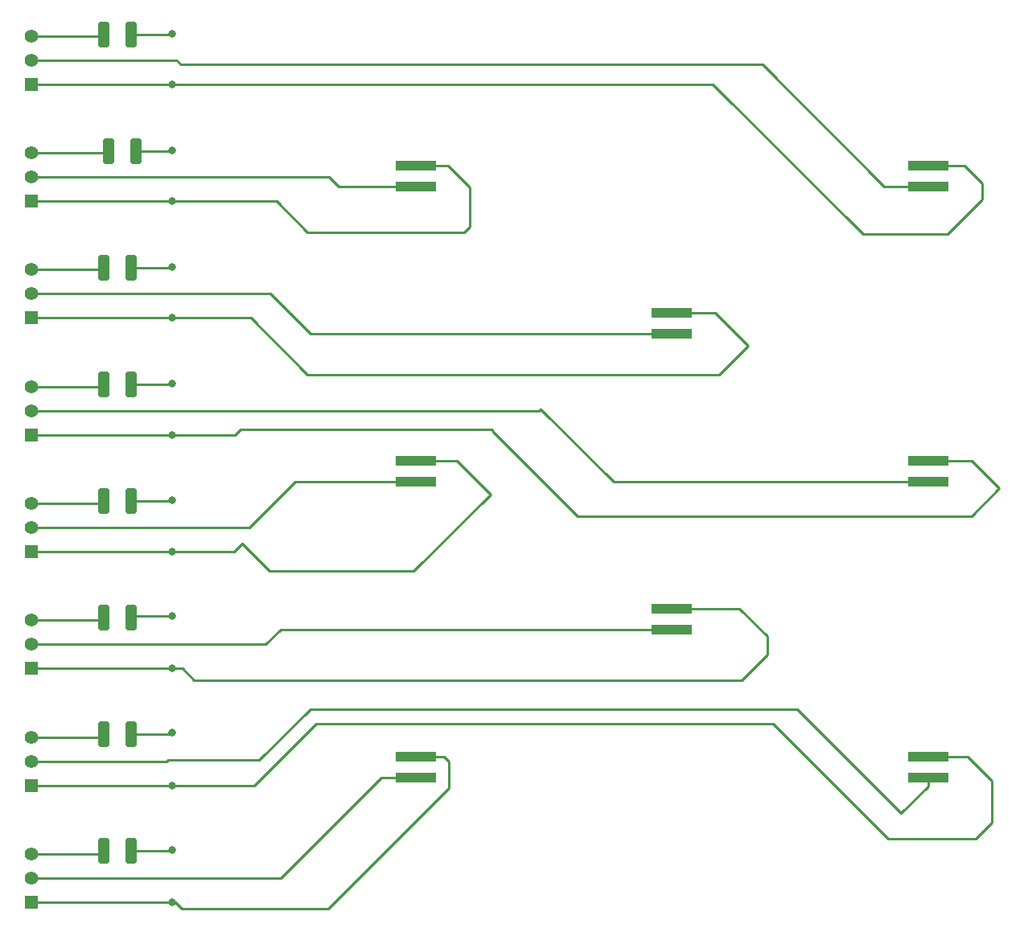
<source format=gbr>
%TF.GenerationSoftware,KiCad,Pcbnew,(6.0.8-1)-1*%
%TF.CreationDate,2022-10-04T15:12:48-04:00*%
%TF.ProjectId,Untitled,556e7469-746c-4656-942e-6b696361645f,rev?*%
%TF.SameCoordinates,Original*%
%TF.FileFunction,Copper,L1,Top*%
%TF.FilePolarity,Positive*%
%FSLAX46Y46*%
G04 Gerber Fmt 4.6, Leading zero omitted, Abs format (unit mm)*
G04 Created by KiCad (PCBNEW (6.0.8-1)-1) date 2022-10-04 15:12:48*
%MOMM*%
%LPD*%
G01*
G04 APERTURE LIST*
G04 Aperture macros list*
%AMRoundRect*
0 Rectangle with rounded corners*
0 $1 Rounding radius*
0 $2 $3 $4 $5 $6 $7 $8 $9 X,Y pos of 4 corners*
0 Add a 4 corners polygon primitive as box body*
4,1,4,$2,$3,$4,$5,$6,$7,$8,$9,$2,$3,0*
0 Add four circle primitives for the rounded corners*
1,1,$1+$1,$2,$3*
1,1,$1+$1,$4,$5*
1,1,$1+$1,$6,$7*
1,1,$1+$1,$8,$9*
0 Add four rect primitives between the rounded corners*
20,1,$1+$1,$2,$3,$4,$5,0*
20,1,$1+$1,$4,$5,$6,$7,0*
20,1,$1+$1,$6,$7,$8,$9,0*
20,1,$1+$1,$8,$9,$2,$3,0*%
G04 Aperture macros list end*
%TA.AperFunction,SMDPad,CuDef*%
%ADD10RoundRect,0.250000X-0.325000X-1.100000X0.325000X-1.100000X0.325000X1.100000X-0.325000X1.100000X0*%
%TD*%
%TA.AperFunction,ComponentPad*%
%ADD11R,1.397000X1.397000*%
%TD*%
%TA.AperFunction,ComponentPad*%
%ADD12C,1.397000*%
%TD*%
%TA.AperFunction,SMDPad,CuDef*%
%ADD13R,4.300000X1.100000*%
%TD*%
%TA.AperFunction,ViaPad*%
%ADD14C,0.800000*%
%TD*%
%TA.AperFunction,Conductor*%
%ADD15C,0.250000*%
%TD*%
G04 APERTURE END LIST*
D10*
%TO.P,REF\u002A\u002A,1*%
%TO.N,N/C*%
X66885000Y-121030000D03*
%TO.P,REF\u002A\u002A,2*%
X69835000Y-121030000D03*
%TD*%
%TO.P,REF\u002A\u002A,2*%
%TO.N,N/C*%
X69835000Y-108764284D03*
%TO.P,REF\u002A\u002A,1*%
X66885000Y-108764284D03*
%TD*%
%TO.P,REF\u002A\u002A,2*%
%TO.N,N/C*%
X69835000Y-96498570D03*
%TO.P,REF\u002A\u002A,1*%
X66885000Y-96498570D03*
%TD*%
%TO.P,REF\u002A\u002A,2*%
%TO.N,N/C*%
X69835000Y-84232856D03*
%TO.P,REF\u002A\u002A,1*%
X66885000Y-84232856D03*
%TD*%
%TO.P,REF\u002A\u002A,2*%
%TO.N,N/C*%
X69835000Y-71967142D03*
%TO.P,REF\u002A\u002A,1*%
X66885000Y-71967142D03*
%TD*%
%TO.P,REF\u002A\u002A,2*%
%TO.N,N/C*%
X69835000Y-59701428D03*
%TO.P,REF\u002A\u002A,1*%
X66885000Y-59701428D03*
%TD*%
%TO.P,REF\u002A\u002A,1*%
%TO.N,N/C*%
X67395000Y-47435714D03*
%TO.P,REF\u002A\u002A,2*%
X70345000Y-47435714D03*
%TD*%
%TO.P,REF\u002A\u002A,2*%
%TO.N,N/C*%
X69835000Y-35170000D03*
%TO.P,REF\u002A\u002A,1*%
X66885000Y-35170000D03*
%TD*%
D11*
%TO.P,REF\u002A\u002A,1*%
%TO.N,N/C*%
X59270100Y-114190358D03*
D12*
%TO.P,REF\u002A\u002A,2*%
X59270100Y-111650358D03*
%TO.P,REF\u002A\u002A,3*%
X59270100Y-109110358D03*
%TD*%
D11*
%TO.P,REF\u002A\u002A,1*%
%TO.N,N/C*%
X59270100Y-77268932D03*
D12*
%TO.P,REF\u002A\u002A,2*%
X59270100Y-74728932D03*
%TO.P,REF\u002A\u002A,3*%
X59270100Y-72188932D03*
%TD*%
D11*
%TO.P,REF\u002A\u002A,1*%
%TO.N,N/C*%
X59270100Y-52654648D03*
D12*
%TO.P,REF\u002A\u002A,2*%
X59270100Y-50114648D03*
%TO.P,REF\u002A\u002A,3*%
X59270100Y-47574648D03*
%TD*%
D11*
%TO.P,REF\u002A\u002A,1*%
%TO.N,N/C*%
X59270100Y-40347506D03*
D12*
%TO.P,REF\u002A\u002A,2*%
X59270100Y-37807506D03*
%TO.P,REF\u002A\u002A,3*%
X59270100Y-35267506D03*
%TD*%
D11*
%TO.P,REF\u002A\u002A,1*%
%TO.N,N/C*%
X59270100Y-89576074D03*
D12*
%TO.P,REF\u002A\u002A,2*%
X59270100Y-87036074D03*
%TO.P,REF\u002A\u002A,3*%
X59270100Y-84496074D03*
%TD*%
D11*
%TO.P,REF\u002A\u002A,1*%
%TO.N,N/C*%
X59270100Y-101883216D03*
D12*
%TO.P,REF\u002A\u002A,2*%
X59270100Y-99343216D03*
%TO.P,REF\u002A\u002A,3*%
X59270100Y-96803216D03*
%TD*%
D11*
%TO.P,REF\u002A\u002A,1*%
%TO.N,N/C*%
X59270100Y-64961790D03*
D12*
%TO.P,REF\u002A\u002A,2*%
X59270100Y-62421790D03*
%TO.P,REF\u002A\u002A,3*%
X59270100Y-59881790D03*
%TD*%
D11*
%TO.P,REF\u002A\u002A,1*%
%TO.N,N/C*%
X59270100Y-126497500D03*
D12*
%TO.P,REF\u002A\u002A,2*%
X59270100Y-123957500D03*
%TO.P,REF\u002A\u002A,3*%
X59270100Y-121417500D03*
%TD*%
D13*
%TO.P,REF\u002A\u002A,2*%
%TO.N,N/C*%
X153680000Y-113370000D03*
%TO.P,REF\u002A\u002A,1*%
X153680000Y-111170000D03*
%TD*%
%TO.P,REF\u002A\u002A,1*%
%TO.N,N/C*%
X99750000Y-111170000D03*
%TO.P,REF\u002A\u002A,2*%
X99750000Y-113370000D03*
%TD*%
%TO.P,REF\u002A\u002A,1*%
%TO.N,N/C*%
X153680000Y-80040000D03*
%TO.P,REF\u002A\u002A,2*%
X153680000Y-82240000D03*
%TD*%
%TO.P,REF\u002A\u002A,1*%
%TO.N,N/C*%
X126720000Y-95600000D03*
%TO.P,REF\u002A\u002A,2*%
X126720000Y-97800000D03*
%TD*%
%TO.P,REF\u002A\u002A,1*%
%TO.N,N/C*%
X99750000Y-80040000D03*
%TO.P,REF\u002A\u002A,2*%
X99750000Y-82240000D03*
%TD*%
%TO.P,REF\u002A\u002A,2*%
%TO.N,N/C*%
X126720000Y-66670000D03*
%TO.P,REF\u002A\u002A,1*%
X126720000Y-64470000D03*
%TD*%
%TO.P,REF\u002A\u002A,1*%
%TO.N,N/C*%
X153680000Y-48900000D03*
%TO.P,REF\u002A\u002A,2*%
X153680000Y-51100000D03*
%TD*%
%TO.P,REF\u002A\u002A,2*%
%TO.N,N/C*%
X99750000Y-51100000D03*
%TO.P,REF\u002A\u002A,1*%
X99750000Y-48900000D03*
%TD*%
D14*
%TO.N,*%
X74100000Y-40347506D03*
X74100000Y-52654648D03*
X74100000Y-64961790D03*
X74100000Y-77268932D03*
X74100000Y-89576074D03*
X74100000Y-101883216D03*
X74100000Y-114220000D03*
X74100000Y-126497500D03*
X74100000Y-35050000D03*
X74100000Y-47316666D03*
X74100000Y-59583332D03*
X74100000Y-71849998D03*
X74100000Y-84116664D03*
X74100000Y-96383330D03*
X74100000Y-121000000D03*
X74100000Y-108650000D03*
%TD*%
D15*
%TO.N,*%
X73770006Y-114190358D02*
X59270100Y-114190358D01*
X69835000Y-121030000D02*
X74070000Y-121030000D01*
X74070000Y-121030000D02*
X74100000Y-121000000D01*
X59270100Y-40347506D02*
X130987506Y-40347506D01*
X59270100Y-52654648D02*
X85104648Y-52654648D01*
X59270100Y-64961790D02*
X82401790Y-64961790D01*
X59270100Y-77268932D02*
X80751068Y-77268932D01*
X59270100Y-89576074D02*
X80643926Y-89576074D01*
X59270100Y-101883216D02*
X75223216Y-101883216D01*
X73799648Y-114220000D02*
X82720000Y-114220000D01*
X59270100Y-126497500D02*
X74477488Y-126497500D01*
X69835000Y-108764284D02*
X73985716Y-108764284D01*
X73985716Y-108764284D02*
X74100000Y-108650000D01*
X69835000Y-96498570D02*
X69950240Y-96383330D01*
X69950240Y-96383330D02*
X74100000Y-96383330D01*
X69835000Y-84232856D02*
X73983808Y-84232856D01*
X73983808Y-84232856D02*
X74100000Y-84116664D01*
X69835000Y-71967142D02*
X73982856Y-71967142D01*
X73982856Y-71967142D02*
X74100000Y-71849998D01*
X69835000Y-59701428D02*
X73981904Y-59701428D01*
X73981904Y-59701428D02*
X74100000Y-59583332D01*
X70345000Y-47435714D02*
X73980952Y-47435714D01*
X73980952Y-47435714D02*
X74100000Y-47316666D01*
X69835000Y-35170000D02*
X73980000Y-35170000D01*
X73980000Y-35170000D02*
X74100000Y-35050000D01*
X66885000Y-71967142D02*
X66663210Y-72188932D01*
X66663210Y-72188932D02*
X59270100Y-72188932D01*
X59270100Y-121417500D02*
X66497500Y-121417500D01*
X66497500Y-121417500D02*
X66885000Y-121030000D01*
X59270100Y-109110358D02*
X66538926Y-109110358D01*
X66538926Y-109110358D02*
X66885000Y-108764284D01*
X59270100Y-96803216D02*
X66580354Y-96803216D01*
X66580354Y-96803216D02*
X66885000Y-96498570D01*
X59270100Y-84496074D02*
X66621782Y-84496074D01*
X66621782Y-84496074D02*
X66885000Y-84232856D01*
X59270100Y-59881790D02*
X66704638Y-59881790D01*
X66704638Y-59881790D02*
X66885000Y-59701428D01*
X59270100Y-47574648D02*
X67256066Y-47574648D01*
X67256066Y-47574648D02*
X67395000Y-47435714D01*
X59270100Y-35267506D02*
X66787494Y-35267506D01*
X66787494Y-35267506D02*
X66885000Y-35170000D01*
X74970000Y-38300000D02*
X136230000Y-38300000D01*
X59270100Y-37807506D02*
X74537506Y-37807506D01*
X74537506Y-37807506D02*
X75030000Y-38300000D01*
X136230000Y-38300000D02*
X149030000Y-51100000D01*
X149030000Y-51100000D02*
X153680000Y-51100000D01*
X153680000Y-48900000D02*
X157500000Y-48900000D01*
X159370000Y-50770000D02*
X159370000Y-52520000D01*
X159370000Y-52520000D02*
X155720000Y-56170000D01*
X157500000Y-48900000D02*
X159370000Y-50770000D01*
X155720000Y-56170000D02*
X146810000Y-56170000D01*
X146810000Y-56170000D02*
X130987506Y-40347506D01*
X59270100Y-50114648D02*
X90624648Y-50114648D01*
X90624648Y-50114648D02*
X91615000Y-51105000D01*
X91615000Y-51105000D02*
X91620000Y-51100000D01*
X91620000Y-51100000D02*
X99750000Y-51100000D01*
X105420000Y-55380000D02*
X104880000Y-55920000D01*
X103140000Y-48900000D02*
X105420000Y-51180000D01*
X105420000Y-51180000D02*
X105420000Y-55380000D01*
X99750000Y-48900000D02*
X103140000Y-48900000D01*
X88370000Y-55920000D02*
X85104648Y-52654648D01*
X104880000Y-55920000D02*
X88370000Y-55920000D01*
X126720000Y-64470000D02*
X131280000Y-64470000D01*
X131280000Y-64470000D02*
X134720000Y-67910000D01*
X134720000Y-67910000D02*
X131690000Y-70940000D01*
X131690000Y-70940000D02*
X88380000Y-70940000D01*
X88380000Y-70940000D02*
X82401790Y-64961790D01*
X126720000Y-66670000D02*
X88670000Y-66670000D01*
X88670000Y-66670000D02*
X84421790Y-62421790D01*
X84421790Y-62421790D02*
X59270100Y-62421790D01*
X112920000Y-74550000D02*
X112741068Y-74728932D01*
X112741068Y-74728932D02*
X59270100Y-74728932D01*
X153680000Y-80040000D02*
X158260000Y-80040000D01*
X158260000Y-80040000D02*
X161140000Y-82920000D01*
X161140000Y-82920000D02*
X158250000Y-85810000D01*
X107860000Y-76850000D02*
X107860000Y-76720000D01*
X116820000Y-85810000D02*
X107860000Y-76850000D01*
X158250000Y-85810000D02*
X116820000Y-85810000D01*
X107860000Y-76720000D02*
X81300000Y-76720000D01*
X81300000Y-76720000D02*
X80751068Y-77268932D01*
X99750000Y-82240000D02*
X87040000Y-82240000D01*
X87040000Y-82240000D02*
X82243926Y-87036074D01*
X82243926Y-87036074D02*
X59270100Y-87036074D01*
X81500000Y-88720000D02*
X80643926Y-89576074D01*
X126720000Y-97800000D02*
X85520000Y-97800000D01*
X83976784Y-99343216D02*
X59270100Y-99343216D01*
X85520000Y-97800000D02*
X83976784Y-99343216D01*
X76430000Y-103090000D02*
X134070000Y-103090000D01*
X136740000Y-98490000D02*
X133850000Y-95600000D01*
X134070000Y-103090000D02*
X136740000Y-100420000D01*
X136740000Y-100420000D02*
X136740000Y-98490000D01*
X75223216Y-101883216D02*
X76430000Y-103090000D01*
X133850000Y-95600000D02*
X126720000Y-95600000D01*
X73660000Y-111540352D02*
X73549994Y-111650358D01*
X73549994Y-111650358D02*
X59270100Y-111650358D01*
X73799648Y-114220000D02*
X73770006Y-114190358D01*
X153680000Y-111170000D02*
X157860000Y-111170000D01*
X157860000Y-111170000D02*
X160430000Y-113740000D01*
X160430000Y-113740000D02*
X160430000Y-118130000D01*
X160430000Y-118130000D02*
X158730000Y-119830000D01*
X158730000Y-119830000D02*
X149490000Y-119830000D01*
X149490000Y-119830000D02*
X137390000Y-107730000D01*
X137390000Y-107730000D02*
X89270000Y-107730000D01*
X89270000Y-107730000D02*
X82750000Y-114250000D01*
X82750000Y-114250000D02*
X82720000Y-114220000D01*
X59270100Y-123957500D02*
X85562500Y-123957500D01*
X85562500Y-123957500D02*
X96150000Y-113370000D01*
X96150000Y-113370000D02*
X99750000Y-113370000D01*
X74477488Y-126497500D02*
X75139988Y-127160000D01*
X75139988Y-127160000D02*
X90540000Y-127160000D01*
X90540000Y-127160000D02*
X103220000Y-114480000D01*
X103220000Y-114480000D02*
X103220000Y-111650000D01*
X103220000Y-111650000D02*
X102740000Y-111170000D01*
X102740000Y-111170000D02*
X99750000Y-111170000D01*
X120610000Y-82240000D02*
X112920000Y-74550000D01*
X153680000Y-82240000D02*
X120610000Y-82240000D01*
X99750000Y-80040000D02*
X104130000Y-80040000D01*
X107620000Y-83530000D02*
X99530000Y-91620000D01*
X104130000Y-80040000D02*
X107620000Y-83530000D01*
X99530000Y-91620000D02*
X84400000Y-91620000D01*
X84400000Y-91620000D02*
X81500000Y-88720000D01*
X139890000Y-106190000D02*
X150820000Y-117120000D01*
X73660000Y-111540352D02*
X83299648Y-111540352D01*
X150820000Y-117120000D02*
X153680000Y-114260000D01*
X83299648Y-111540352D02*
X88650000Y-106190000D01*
X88650000Y-106190000D02*
X139890000Y-106190000D01*
X153680000Y-114260000D02*
X153680000Y-113370000D01*
%TD*%
M02*

</source>
